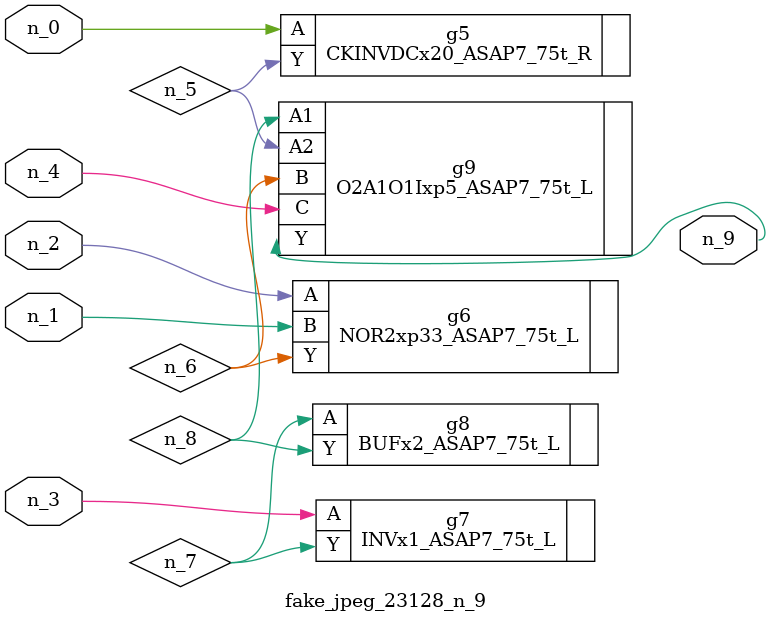
<source format=v>
module fake_jpeg_23128_n_9 (n_3, n_2, n_1, n_0, n_4, n_9);

input n_3;
input n_2;
input n_1;
input n_0;
input n_4;

output n_9;

wire n_8;
wire n_6;
wire n_5;
wire n_7;

CKINVDCx20_ASAP7_75t_R g5 ( 
.A(n_0),
.Y(n_5)
);

NOR2xp33_ASAP7_75t_L g6 ( 
.A(n_2),
.B(n_1),
.Y(n_6)
);

INVx1_ASAP7_75t_L g7 ( 
.A(n_3),
.Y(n_7)
);

BUFx2_ASAP7_75t_L g8 ( 
.A(n_7),
.Y(n_8)
);

O2A1O1Ixp5_ASAP7_75t_L g9 ( 
.A1(n_8),
.A2(n_5),
.B(n_6),
.C(n_4),
.Y(n_9)
);


endmodule
</source>
